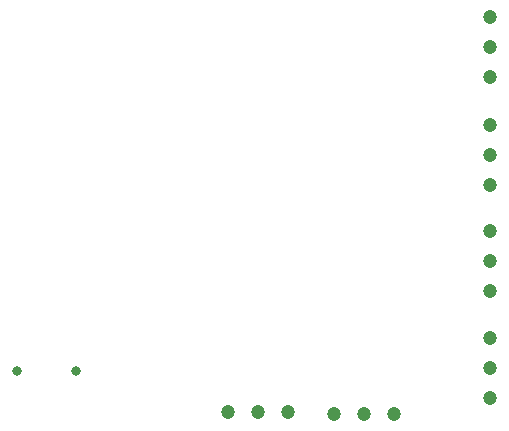
<source format=gbr>
%TF.GenerationSoftware,Altium Limited,Altium Designer,25.4.2 (15)*%
G04 Layer_Color=0*
%FSLAX45Y45*%
%MOMM*%
%TF.SameCoordinates,9A986A7D-484F-4AC0-AE4B-942BB78B8B2C*%
%TF.FilePolarity,Positive*%
%TF.FileFunction,NonPlated,1,4,NPTH,Drill*%
%TF.Part,Single*%
G01*
G75*
%TA.AperFunction,ComponentDrill*%
%ADD89C,1.20000*%
%ADD90C,0.80000*%
%ADD91C,1.20000*%
D89*
X13703700Y7937500D02*
D03*
Y7683500D02*
D03*
Y7429500D02*
D03*
Y6527800D02*
D03*
Y6781800D02*
D03*
Y7035800D02*
D03*
Y5626100D02*
D03*
Y5880100D02*
D03*
Y6134100D02*
D03*
Y8343500D02*
D03*
Y8597500D02*
D03*
Y8851500D02*
D03*
D90*
X10199971Y5854989D02*
D03*
X9699971D02*
D03*
D91*
X12389000Y5492300D02*
D03*
X12643000D02*
D03*
X12897000D02*
D03*
X11487700Y5503000D02*
D03*
X11741700D02*
D03*
X11995700D02*
D03*
%TF.MD5,efd7b11635ce94ddf3be006d2f0dca17*%
M02*

</source>
